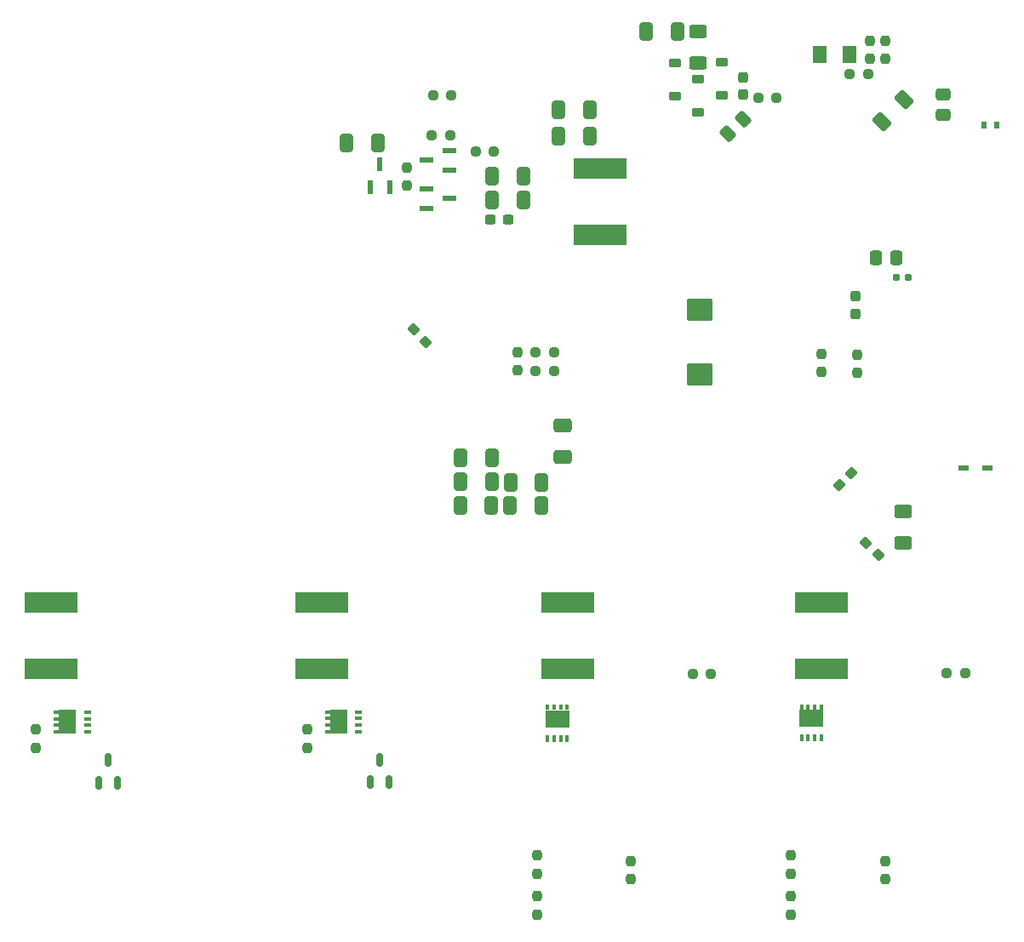
<source format=gbr>
%TF.GenerationSoftware,KiCad,Pcbnew,9.0.6*%
%TF.CreationDate,2026-02-01T22:29:02+01:00*%
%TF.ProjectId,BMS,424d532e-6b69-4636-9164-5f7063625858,rev?*%
%TF.SameCoordinates,Original*%
%TF.FileFunction,Paste,Bot*%
%TF.FilePolarity,Positive*%
%FSLAX46Y46*%
G04 Gerber Fmt 4.6, Leading zero omitted, Abs format (unit mm)*
G04 Created by KiCad (PCBNEW 9.0.6) date 2026-02-01 22:29:02*
%MOMM*%
%LPD*%
G01*
G04 APERTURE LIST*
G04 Aperture macros list*
%AMRoundRect*
0 Rectangle with rounded corners*
0 $1 Rounding radius*
0 $2 $3 $4 $5 $6 $7 $8 $9 X,Y pos of 4 corners*
0 Add a 4 corners polygon primitive as box body*
4,1,4,$2,$3,$4,$5,$6,$7,$8,$9,$2,$3,0*
0 Add four circle primitives for the rounded corners*
1,1,$1+$1,$2,$3*
1,1,$1+$1,$4,$5*
1,1,$1+$1,$6,$7*
1,1,$1+$1,$8,$9*
0 Add four rect primitives between the rounded corners*
20,1,$1+$1,$2,$3,$4,$5,0*
20,1,$1+$1,$4,$5,$6,$7,0*
20,1,$1+$1,$6,$7,$8,$9,0*
20,1,$1+$1,$8,$9,$2,$3,0*%
G04 Aperture macros list end*
%ADD10RoundRect,0.250000X-0.475000X0.337500X-0.475000X-0.337500X0.475000X-0.337500X0.475000X0.337500X0*%
%ADD11RoundRect,0.237500X-0.237500X0.250000X-0.237500X-0.250000X0.237500X-0.250000X0.237500X0.250000X0*%
%ADD12RoundRect,0.237500X-0.250000X-0.237500X0.250000X-0.237500X0.250000X0.237500X-0.250000X0.237500X0*%
%ADD13RoundRect,0.150000X0.150000X-0.512500X0.150000X0.512500X-0.150000X0.512500X-0.150000X-0.512500X0*%
%ADD14RoundRect,0.237500X0.237500X-0.300000X0.237500X0.300000X-0.237500X0.300000X-0.237500X-0.300000X0*%
%ADD15RoundRect,0.250001X1.044999X-0.872499X1.044999X0.872499X-1.044999X0.872499X-1.044999X-0.872499X0*%
%ADD16R,0.550000X0.800000*%
%ADD17R,5.300000X2.000000*%
%ADD18RoundRect,0.237500X0.380070X-0.044194X-0.044194X0.380070X-0.380070X0.044194X0.044194X-0.380070X0*%
%ADD19RoundRect,0.250000X-0.412500X-0.650000X0.412500X-0.650000X0.412500X0.650000X-0.412500X0.650000X0*%
%ADD20R,0.420000X0.700000*%
%ADD21R,0.420000X0.540000*%
%ADD22R,2.370000X1.710000*%
%ADD23RoundRect,0.250000X-0.625000X0.400000X-0.625000X-0.400000X0.625000X-0.400000X0.625000X0.400000X0*%
%ADD24R,1.400000X0.600000*%
%ADD25RoundRect,0.250000X0.625000X-0.400000X0.625000X0.400000X-0.625000X0.400000X-0.625000X-0.400000X0*%
%ADD26R,0.700000X0.420000*%
%ADD27R,0.540000X0.420000*%
%ADD28R,1.710000X2.370000*%
%ADD29RoundRect,0.225000X-0.375000X0.225000X-0.375000X-0.225000X0.375000X-0.225000X0.375000X0.225000X0*%
%ADD30R,0.600000X1.400000*%
%ADD31RoundRect,0.250000X0.412500X0.650000X-0.412500X0.650000X-0.412500X-0.650000X0.412500X-0.650000X0*%
%ADD32RoundRect,0.237500X0.237500X-0.250000X0.237500X0.250000X-0.237500X0.250000X-0.237500X-0.250000X0*%
%ADD33RoundRect,0.250001X-0.462499X-0.624999X0.462499X-0.624999X0.462499X0.624999X-0.462499X0.624999X0*%
%ADD34RoundRect,0.237500X-0.237500X0.300000X-0.237500X-0.300000X0.237500X-0.300000X0.237500X0.300000X0*%
%ADD35RoundRect,0.250000X0.337500X0.475000X-0.337500X0.475000X-0.337500X-0.475000X0.337500X-0.475000X0*%
%ADD36RoundRect,0.237500X0.044194X0.380070X-0.380070X-0.044194X-0.044194X-0.380070X0.380070X0.044194X0*%
%ADD37RoundRect,0.250000X-0.097227X0.574524X-0.574524X0.097227X0.097227X-0.574524X0.574524X-0.097227X0*%
%ADD38RoundRect,0.237500X-0.300000X-0.237500X0.300000X-0.237500X0.300000X0.237500X-0.300000X0.237500X0*%
%ADD39RoundRect,0.250000X-0.159099X0.724784X-0.724784X0.159099X0.159099X-0.724784X0.724784X-0.159099X0*%
%ADD40RoundRect,0.160000X-0.197500X-0.160000X0.197500X-0.160000X0.197500X0.160000X-0.197500X0.160000X0*%
%ADD41RoundRect,0.250000X0.650000X-0.412500X0.650000X0.412500X-0.650000X0.412500X-0.650000X-0.412500X0*%
%ADD42RoundRect,0.237500X0.250000X0.237500X-0.250000X0.237500X-0.250000X-0.237500X0.250000X-0.237500X0*%
%ADD43R,1.000000X0.500000*%
G04 APERTURE END LIST*
D10*
%TO.C,C89*%
X117375000Y-72612500D03*
X117375000Y-74687500D03*
%TD*%
D11*
%TO.C,R91*%
X102250000Y-152400000D03*
X102250000Y-154225000D03*
%TD*%
D12*
%TO.C,R85*%
X108087500Y-70600000D03*
X109912500Y-70600000D03*
%TD*%
D13*
%TO.C,IC13*%
X62300000Y-141087500D03*
X60400000Y-141087500D03*
X61350000Y-138812500D03*
%TD*%
D14*
%TO.C,C91*%
X97490000Y-72662500D03*
X97490000Y-70937500D03*
%TD*%
D11*
%TO.C,R99*%
X77000000Y-152425000D03*
X77000000Y-154250000D03*
%TD*%
D15*
%TO.C,C38*%
X93200000Y-100490000D03*
X93200000Y-94075000D03*
%TD*%
D16*
%TO.C,D14*%
X121475000Y-75700000D03*
X122725000Y-75700000D03*
%TD*%
D17*
%TO.C,F5*%
X83275000Y-86625000D03*
X83275000Y-80025000D03*
%TD*%
D18*
%TO.C,C87*%
X110909880Y-118484880D03*
X109690120Y-117265120D03*
%TD*%
D19*
%TO.C,C55*%
X74312500Y-113532000D03*
X77437500Y-113532000D03*
%TD*%
D20*
%TO.C,Q21*%
X105250000Y-136675000D03*
X104600000Y-136675000D03*
X103950000Y-136675000D03*
X103300000Y-136675000D03*
D21*
X103300000Y-133595000D03*
X103950000Y-133595000D03*
X104600000Y-133595000D03*
X105250000Y-133595000D03*
D22*
X104275000Y-134720000D03*
%TD*%
D19*
%TO.C,C10*%
X87846300Y-66389600D03*
X90971300Y-66389600D03*
%TD*%
D23*
%TO.C,R10*%
X93015600Y-66388400D03*
X93015600Y-69488400D03*
%TD*%
D24*
%TO.C,Q7*%
X68277000Y-78250000D03*
X68277000Y-80150000D03*
X65977000Y-79200000D03*
%TD*%
D25*
%TO.C,TH_NTC5*%
X113391200Y-117231700D03*
X113391200Y-114131700D03*
%TD*%
D12*
%TO.C,R31*%
X76862500Y-98300000D03*
X78687500Y-98300000D03*
%TD*%
D26*
%TO.C,Q20*%
X32255000Y-134100000D03*
X32255000Y-134750000D03*
X32255000Y-135400000D03*
X32255000Y-136050000D03*
D27*
X29175000Y-136050000D03*
X29175000Y-135400000D03*
X29175000Y-134750000D03*
X29175000Y-134100000D03*
D28*
X30300000Y-135075000D03*
%TD*%
D20*
%TO.C,Q22*%
X80000000Y-136700000D03*
X79350000Y-136700000D03*
X78700000Y-136700000D03*
X78050000Y-136700000D03*
D21*
X78050000Y-133620000D03*
X78700000Y-133620000D03*
X79350000Y-133620000D03*
X80000000Y-133620000D03*
D22*
X79025000Y-134745000D03*
%TD*%
D29*
%TO.C,D2*%
X93015600Y-71140400D03*
X93015600Y-74440400D03*
%TD*%
D30*
%TO.C,Q9*%
X62327000Y-81900000D03*
X60427000Y-81900000D03*
X61377000Y-79600000D03*
%TD*%
D31*
%TO.C,C54*%
X72500000Y-111182000D03*
X69375000Y-111182000D03*
%TD*%
D17*
%TO.C,F3*%
X105250000Y-123150000D03*
X105250000Y-129750000D03*
%TD*%
D18*
%TO.C,C8*%
X65934880Y-97259880D03*
X64715120Y-96040120D03*
%TD*%
D29*
%TO.C,D1*%
X90678800Y-69514800D03*
X90678800Y-72814800D03*
%TD*%
D11*
%TO.C,R111*%
X27100000Y-135825000D03*
X27100000Y-137650000D03*
%TD*%
D31*
%TO.C,C115*%
X75612500Y-83125000D03*
X72487500Y-83125000D03*
%TD*%
%TO.C,C63*%
X82262500Y-74200000D03*
X79137500Y-74200000D03*
%TD*%
D11*
%TO.C,R105*%
X54100000Y-135800000D03*
X54100000Y-137625000D03*
%TD*%
D19*
%TO.C,C67*%
X72487500Y-80750000D03*
X75612500Y-80750000D03*
%TD*%
D13*
%TO.C,IC15*%
X35300000Y-141112500D03*
X33400000Y-141112500D03*
X34350000Y-138837500D03*
%TD*%
D32*
%TO.C,R46*%
X64050000Y-81737500D03*
X64050000Y-79912500D03*
%TD*%
D33*
%TO.C,D15*%
X105100000Y-68700000D03*
X108075000Y-68700000D03*
%TD*%
D26*
%TO.C,Q19*%
X59255000Y-134075000D03*
X59255000Y-134725000D03*
X59255000Y-135375000D03*
X59255000Y-136025000D03*
D27*
X56175000Y-136025000D03*
X56175000Y-135375000D03*
X56175000Y-134725000D03*
X56175000Y-134075000D03*
D28*
X57300000Y-135050000D03*
%TD*%
D31*
%TO.C,C62*%
X82262500Y-76750000D03*
X79137500Y-76750000D03*
%TD*%
D34*
%TO.C,C85*%
X108666800Y-92723500D03*
X108666800Y-94448500D03*
%TD*%
D32*
%TO.C,R2*%
X110100000Y-69112500D03*
X110100000Y-67287500D03*
%TD*%
D35*
%TO.C,C82*%
X112762500Y-88925000D03*
X110687500Y-88925000D03*
%TD*%
D36*
%TO.C,C88*%
X108250000Y-110300000D03*
X107030240Y-111519760D03*
%TD*%
D11*
%TO.C,R26*%
X75025000Y-98287500D03*
X75025000Y-100112500D03*
%TD*%
D24*
%TO.C,Q8*%
X66000000Y-83950000D03*
X66000000Y-82050000D03*
X68300000Y-83000000D03*
%TD*%
D37*
%TO.C,C90*%
X97463623Y-75096377D03*
X95996377Y-76563623D03*
%TD*%
D31*
%TO.C,C72*%
X61189500Y-77500000D03*
X58064500Y-77500000D03*
%TD*%
D12*
%TO.C,R47*%
X66514500Y-76700000D03*
X68339500Y-76700000D03*
%TD*%
D31*
%TO.C,C57*%
X72462500Y-113507000D03*
X69337500Y-113507000D03*
%TD*%
D38*
%TO.C,C69*%
X72364500Y-85100000D03*
X74089500Y-85100000D03*
%TD*%
D39*
%TO.C,R80*%
X113506016Y-73153984D03*
X111313984Y-75346016D03*
%TD*%
D12*
%TO.C,R89*%
X117737500Y-130250000D03*
X119562500Y-130250000D03*
%TD*%
D11*
%TO.C,R98*%
X77000000Y-148362500D03*
X77000000Y-150187500D03*
%TD*%
%TO.C,R67*%
X108825000Y-98512500D03*
X108825000Y-100337500D03*
%TD*%
D19*
%TO.C,C52*%
X74337500Y-111207000D03*
X77462500Y-111207000D03*
%TD*%
D29*
%TO.C,D3*%
X95352400Y-69464000D03*
X95352400Y-72764000D03*
%TD*%
D31*
%TO.C,C56*%
X72512500Y-108807000D03*
X69387500Y-108807000D03*
%TD*%
D12*
%TO.C,R82*%
X98987500Y-72990000D03*
X100812500Y-72990000D03*
%TD*%
%TO.C,R32*%
X76862500Y-100125000D03*
X78687500Y-100125000D03*
%TD*%
D40*
%TO.C,R61*%
X112752500Y-90850000D03*
X113947500Y-90850000D03*
%TD*%
D11*
%TO.C,R90*%
X102250000Y-148337500D03*
X102250000Y-150162500D03*
%TD*%
D12*
%TO.C,R97*%
X92487500Y-130275000D03*
X94312500Y-130275000D03*
%TD*%
D11*
%TO.C,R71*%
X105275000Y-98437500D03*
X105275000Y-100262500D03*
%TD*%
D17*
%TO.C,F1*%
X55600000Y-129750000D03*
X55600000Y-123150000D03*
%TD*%
D41*
%TO.C,C59*%
X79500000Y-108687500D03*
X79500000Y-105562500D03*
%TD*%
D17*
%TO.C,F2*%
X28650000Y-129800000D03*
X28650000Y-123200000D03*
%TD*%
D42*
%TO.C,R40*%
X72689500Y-78350000D03*
X70864500Y-78350000D03*
%TD*%
D11*
%TO.C,R1*%
X111600000Y-67287500D03*
X111600000Y-69112500D03*
%TD*%
D17*
%TO.C,F4*%
X80050000Y-123150000D03*
X80050000Y-129750000D03*
%TD*%
D42*
%TO.C,R48*%
X68489500Y-72700000D03*
X66664500Y-72700000D03*
%TD*%
D43*
%TO.C,D6*%
X119425000Y-109825000D03*
X121825000Y-109825000D03*
%TD*%
D11*
%TO.C,R94*%
X111600000Y-148887500D03*
X111600000Y-150712500D03*
%TD*%
%TO.C,R96*%
X86350000Y-148912500D03*
X86350000Y-150737500D03*
%TD*%
M02*

</source>
